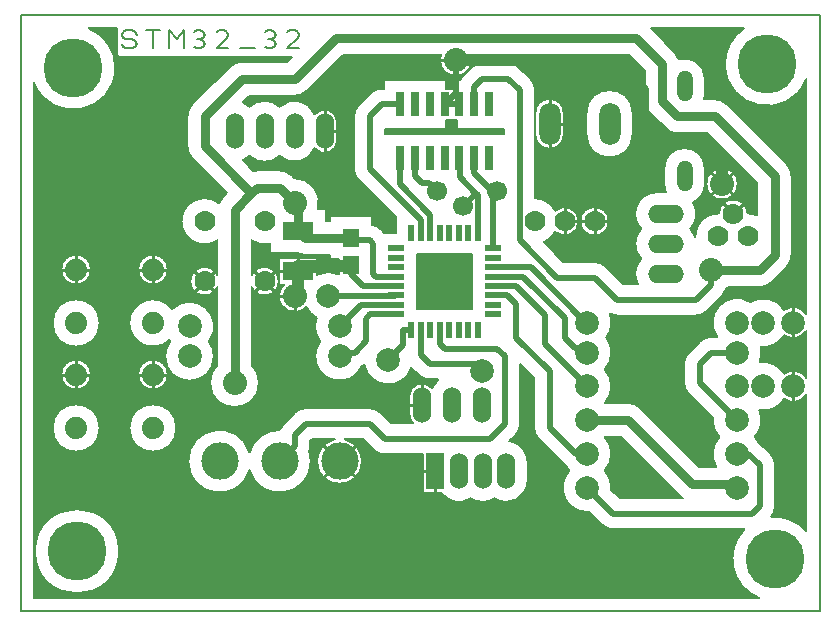
<source format=gbr>
G04 DesignSpark PCB Gerber Version 10.0 Build 5299*
%FSLAX35Y35*%
%MOIN*%
%ADD29O,0.05200X0.10400*%
%ADD21O,0.06000X0.12000*%
%ADD28O,0.07050X0.14101*%
%ADD71R,0.02000X0.05800*%
%ADD20R,0.02756X0.07874*%
%ADD27R,0.05500X0.06000*%
%ADD22R,0.06000X0.12000*%
%ADD10C,0.00500*%
%ADD19C,0.00787*%
%ADD11C,0.01000*%
%ADD12C,0.02000*%
%ADD15C,0.03000*%
%ADD13C,0.04000*%
%ADD16C,0.06693*%
%ADD25C,0.07000*%
%ADD24C,0.07400*%
%ADD17C,0.07874*%
%ADD14C,0.08000*%
%ADD23C,0.12500*%
%ADD18C,0.19685*%
%ADD72O,0.12000X0.06000*%
%ADD70R,0.05800X0.02000*%
%ADD26R,0.10200X0.06300*%
X0Y0D02*
D02*
D10*
X7750Y10250D02*
X274000D01*
Y209000D01*
X7750D01*
Y10250D01*
X12187Y186383D02*
Y14687D01*
X253883D01*
G75*
G02*
X248973Y37563I5117J13063D01*
G01*
X205250D01*
G75*
G02*
X201580Y39085I0J5187D01*
G01*
X197254Y43411D01*
G75*
G02*
X190638Y57125I-753J8089D01*
G01*
G75*
G02*
X189412Y58780I5861J5625D01*
G01*
G75*
G02*
X189080Y59085I3338J3969D01*
G01*
X180335Y67830D01*
G75*
G02*
X178813Y71500I3665J3670D01*
G01*
Y88102D01*
X174187Y92728D01*
Y72750D01*
G75*
G02*
X172665Y69080I-5187J0D01*
G01*
X170592Y67006D01*
G75*
G02*
X176748Y59894I-1031J-7113D01*
G01*
Y53894D01*
G75*
G02*
X165624Y47881I-7187J0D01*
G01*
G75*
G02*
X157750I-3937J6013D01*
G01*
G75*
G02*
X148017Y49644I-3937J6013D01*
G01*
X141689D01*
Y62563D01*
X129000D01*
G75*
G02*
X125330Y64085I0J5187D01*
G01*
X121852Y67563D01*
X115665D01*
G75*
G02*
X121500Y60250I-1665J-7313D01*
G01*
G75*
G02*
X106500I-7500J0D01*
G01*
G75*
G02*
X112335Y67563I7500J0D01*
G01*
X104898D01*
X104187Y66852D01*
Y65250D01*
G75*
G02*
X103901Y63552I-5187J0D01*
G01*
G75*
G02*
X104437Y60250I-9901J-3301D01*
G01*
G75*
G02*
X84000Y57261I-10437J0D01*
G01*
G75*
G02*
X63563Y60250I-10000J2989D01*
G01*
G75*
G02*
X84000Y63239I10437J0D01*
G01*
G75*
G02*
X94095Y70687I10000J-2989D01*
G01*
G75*
G02*
X95335Y72670I4905J-1687D01*
G01*
X99080Y76415D01*
G75*
G02*
X102750Y77937I3670J-3665D01*
G01*
X124000D01*
G75*
G02*
X127670Y76415I0J-5187D01*
G01*
X131148Y72937D01*
X138554D01*
G75*
G02*
X137250Y76000I2946J3063D01*
G01*
Y82000D01*
G75*
G02*
X144820Y84653I4250J0D01*
G01*
G75*
G02*
X146950Y87563I6680J-2653D01*
G01*
X144000D01*
G75*
G02*
X140330Y89085I0J5187D01*
G01*
X137964Y91451D01*
G75*
G02*
X122270Y92474I-7714J2549D01*
G01*
G75*
G02*
X121402Y91903I-3271J4026D01*
G01*
G75*
G02*
X105876Y95250I-7402J3347D01*
G01*
G75*
G02*
X107597Y100250I8124J0D01*
G01*
G75*
G02*
X106393Y108100I6403J5000D01*
G01*
G75*
G02*
X102917Y111754I3857J7150D01*
G01*
G75*
G02*
X93750Y115250I-3917J3496D01*
G01*
G75*
G02*
X95487Y119152I5250J0D01*
G01*
X93902D01*
Y127951D01*
X106598D01*
Y122507D01*
G75*
G02*
X113750Y122581I3652J-7257D01*
G01*
Y127563D01*
X110813D01*
Y129063D01*
X102450D01*
G75*
G02*
X100012Y129612I0J5687D01*
G01*
X90965D01*
Y132818D01*
G75*
G02*
X84687Y133887I-1964J7432D01*
G01*
Y122240D01*
G75*
G02*
X93750Y120250I4313J-1990D01*
G01*
G75*
G02*
X84687Y118260I-4750J0D01*
G01*
Y92389D01*
G75*
G02*
X87187Y86500I-5687J-5889D01*
G01*
G75*
G02*
X70813I-8187J0D01*
G01*
G75*
G02*
X73313Y92389I8187J0D01*
G01*
Y118260D01*
G75*
G02*
X64250Y120250I-4313J1990D01*
G01*
G75*
G02*
X73313Y122240I4750J0D01*
G01*
Y133887D01*
G75*
G02*
X61313Y140250I-4313J6363D01*
G01*
G75*
G02*
X73784Y146267I7687J0D01*
G01*
G75*
G02*
X74979Y148021I5216J-2267D01*
G01*
X76583Y149625D01*
X64979Y161229D01*
G75*
G02*
X63313Y165250I4021J4021D01*
G01*
Y175250D01*
G75*
G02*
X64979Y179271I5687J0D01*
G01*
X77479Y191771D01*
G75*
G02*
X81504Y193437I4021J-4021D01*
G01*
X96644D01*
X98064Y194856D01*
X41106D01*
G75*
G02*
X39856Y196106I0J1250D01*
G01*
Y204563D01*
X30367D01*
G75*
G02*
X39280Y191500I-5117J-13063D01*
G01*
G75*
G02*
X12187Y186383I-14030J0D01*
G01*
X43913Y71350D02*
G75*
G02*
X59687I7887J0D01*
G01*
G75*
G02*
X43913I-7887J0D01*
G01*
X58209Y110947D02*
G75*
G02*
X70403Y100250I5791J-5697D01*
G01*
G75*
G02*
X72124Y95250I-6403J-5000D01*
G01*
G75*
G02*
X55876I-8124J0D01*
G01*
G75*
G02*
X57597Y100250I8124J0D01*
G01*
G75*
G02*
X57283Y100681I6407J4998D01*
G01*
G75*
G02*
X43913Y106350I-5483J5669D01*
G01*
G75*
G02*
X58209Y110947I7887J0D01*
G01*
X46850Y89150D02*
G75*
G02*
X56750I4950J0D01*
G01*
G75*
G02*
X46850I-4950J0D01*
G01*
Y124150D02*
G75*
G02*
X56750I4950J0D01*
G01*
G75*
G02*
X46850I-4950J0D01*
G01*
X12470Y30250D02*
G75*
G02*
X40530I14030J0D01*
G01*
G75*
G02*
X12470I-14030J0D01*
G01*
X18313Y71350D02*
G75*
G02*
X34087I7887J0D01*
G01*
G75*
G02*
X18313I-7887J0D01*
G01*
Y106350D02*
G75*
G02*
X34087I7887J0D01*
G01*
G75*
G02*
X18313I-7887J0D01*
G01*
X21250Y89150D02*
G75*
G02*
X31150I4950J0D01*
G01*
G75*
G02*
X21250I-4950J0D01*
G01*
Y124150D02*
G75*
G02*
X31150I4950J0D01*
G01*
G75*
G02*
X21250I-4950J0D01*
G01*
X12437Y30250D02*
G36*
X12437Y30250D02*
Y14937D01*
X253285D01*
G75*
G02*
X244970Y27750I5715J12813D01*
G01*
G75*
G02*
X245195Y30250I14030J1D01*
G01*
X40530D01*
G75*
G02*
X12470I-14030J0D01*
G01*
X12437D01*
G37*
Y71350D02*
G36*
X12437Y71350D02*
Y30250D01*
X12470D01*
G75*
G02*
X40530I14030J0D01*
G01*
X245195D01*
G75*
G02*
X248973Y37563I13805J-2500D01*
G01*
X205250D01*
G75*
G02*
X201580Y39085I1J5188D01*
G01*
X197254Y43411D01*
G75*
G02*
X188376Y51500I-753J8089D01*
G01*
G75*
G02*
X190638Y57125I8124J0D01*
G01*
G75*
G02*
X189412Y58780I5852J5619D01*
G01*
G75*
G02*
X189080Y59085I3355J3987D01*
G01*
X180335Y67830D01*
G75*
G02*
X178815Y71350I3667J3670D01*
G01*
X173994D01*
G75*
G02*
X172665Y69080I-4996J1401D01*
G01*
X170592Y67006D01*
G75*
G02*
X176748Y59894I-1030J-7112D01*
G01*
Y59894D01*
Y53894D01*
G75*
G02*
X165624Y47881I-7187J0D01*
G01*
G75*
G02*
X157750I-3937J6012D01*
G01*
G75*
G02*
X148017Y49644I-3937J6012D01*
G01*
X141689D01*
Y62563D01*
X129000D01*
G75*
G02*
X125330Y64085I1J5188D01*
G01*
X121852Y67563D01*
X115665D01*
G75*
G02*
X121500Y60250I-1665J-7313D01*
G01*
G75*
G02*
X106500I-7500J0D01*
G01*
G75*
G02*
X112335Y67563I7500J0D01*
G01*
X104898D01*
X104187Y66852D01*
Y65250D01*
G75*
G02*
X103901Y63552I-5197J2D01*
G01*
G75*
G02*
X104437Y60252I-9889J-3299D01*
G01*
G75*
G02*
Y60250I-11279J-1D01*
G01*
G75*
G02*
X84000Y57261I-10437J0D01*
G01*
G75*
G02*
X63563Y60250I-10000J2989D01*
G01*
G75*
G02*
X84000Y63239I10437J0D01*
G01*
G75*
G02*
X94095Y70687I10000J-2989D01*
G01*
G75*
G02*
X94376Y71350I4906J-1688D01*
G01*
X59687D01*
G75*
G02*
X43913I-7887J0D01*
G01*
X34087D01*
G75*
G02*
X18313I-7887J0D01*
G01*
X12437D01*
G37*
Y89150D02*
G36*
X12437Y89150D02*
Y71350D01*
X18313D01*
G75*
G02*
X34087I7887J0D01*
G01*
X43913D01*
G75*
G02*
X59687I7887J0D01*
G01*
X94376D01*
G75*
G02*
X95335Y72670I4625J-2350D01*
G01*
X99080Y76415D01*
G75*
G02*
X102750Y77937I3671J-3667D01*
G01*
X124000D01*
G75*
G02*
X127670Y76415I-1J-5188D01*
G01*
X131148Y72937D01*
X138554D01*
G75*
G02*
X137250Y75999I2945J3062D01*
G01*
G75*
G02*
Y76000I5639J0D01*
G01*
Y82000D01*
Y82000D01*
G75*
G02*
X144820Y84653I4250J0D01*
G01*
G75*
G02*
X146950Y87563I6679J-2652D01*
G01*
X144000D01*
G75*
G02*
X140330Y89085I1J5188D01*
G01*
X140265Y89150D01*
X136767D01*
G75*
G02*
X123733I-6517J4850D01*
G01*
X119366D01*
G75*
G02*
X108634I-5366J6100D01*
G01*
X86746D01*
G75*
G02*
X87187Y86501I-7745J-2649D01*
G01*
G75*
G02*
Y86500I-9023J0D01*
G01*
G75*
G02*
X70813I-8187J0D01*
G01*
G75*
G02*
X71254Y89150I8187J0D01*
G01*
X69366D01*
G75*
G02*
X58634I-5366J6100D01*
G01*
X56750D01*
G75*
G02*
X46850I-4950J0D01*
G01*
X31150D01*
G75*
G02*
X21250I-4950J0D01*
G01*
X12437D01*
G37*
X174187Y72750D02*
G36*
X174187Y72750D02*
G75*
G02*
X173994Y71350I-5189J0D01*
G01*
X178815D01*
G75*
G02*
X178813Y71500I5188J157D01*
G01*
Y88102D01*
X177765Y89150D01*
X174187D01*
Y72750D01*
G37*
X12437Y100681D02*
G36*
X12437Y100681D02*
Y89150D01*
X21250D01*
G75*
G02*
X31150I4950J0D01*
G01*
X46850D01*
G75*
G02*
X56750I4950J0D01*
G01*
X58634D01*
G75*
G02*
X55876Y95250I5366J6100D01*
G01*
Y95250D01*
G75*
G02*
X57597Y100250I8123J0D01*
G01*
G75*
G02*
X57283Y100681I6471J5044D01*
G01*
G75*
G02*
X46317Y100681I-5483J5670D01*
G01*
X31684D01*
G75*
G02*
X20716I-5484J5669D01*
G01*
X12437D01*
G37*
X70718D02*
G36*
X70718Y100681D02*
G75*
G02*
X70403Y100250I-6718J4567D01*
G01*
G75*
G02*
X72124Y95251I-6400J-4999D01*
G01*
G75*
G02*
Y95250I-9667J0D01*
G01*
G75*
G02*
X69366Y89150I-8124J0D01*
G01*
X71254D01*
G75*
G02*
X73313Y92389I7746J-2650D01*
G01*
Y100681D01*
X70718D01*
G37*
X84687D02*
G36*
X84687Y100681D02*
Y92389D01*
G75*
G02*
X86746Y89150I-5685J-5889D01*
G01*
X108634D01*
G75*
G02*
X105876Y95250I5366J6100D01*
G01*
Y95250D01*
Y95250D01*
G75*
G02*
X107597Y100250I8123J0D01*
G01*
G75*
G02*
X107282Y100681I6405J5000D01*
G01*
X84687D01*
G37*
X121402Y91903D02*
G36*
X121402Y91903D02*
G75*
G02*
X119366Y89150I-7403J3347D01*
G01*
X123733D01*
G75*
G02*
X122270Y92474I6517J4850D01*
G01*
G75*
G02*
X121402Y91903I-3265J4016D01*
G01*
G37*
X137964Y91451D02*
G36*
X137964Y91451D02*
G75*
G02*
X136767Y89150I-7714J2550D01*
G01*
X140265D01*
X137964Y91451D01*
G37*
X174187Y92728D02*
G36*
X174187Y92728D02*
Y89150D01*
X177765D01*
X174187Y92728D01*
G37*
X12437Y124150D02*
G36*
X12437Y124150D02*
Y100681D01*
X20716D01*
G75*
G02*
X18313Y106350I5484J5669D01*
G01*
G75*
G02*
X34087I7887J0D01*
G01*
G75*
G02*
X31684Y100681I-7887J0D01*
G01*
X46317D01*
G75*
G02*
X43913Y106350I5484J5669D01*
G01*
G75*
G02*
X58209Y110947I7887J0D01*
G01*
G75*
G02*
X72124Y105250I5791J-5697D01*
G01*
G75*
G02*
X70718Y100681I-8124J0D01*
G01*
X73313D01*
Y118260D01*
G75*
G02*
X64250Y120250I-4313J1990D01*
G01*
G75*
G02*
X66289Y124150I4750J0D01*
G01*
X56750D01*
G75*
G02*
X46850I-4950J0D01*
G01*
X31150D01*
G75*
G02*
X21250I-4950J0D01*
G01*
X12437D01*
G37*
X71711D02*
G36*
X71711Y124150D02*
G75*
G02*
X73313Y122240I-2711J-3900D01*
G01*
Y124150D01*
X71711D01*
G37*
X84687Y118260D02*
G36*
X84687Y118260D02*
Y100681D01*
X107282D01*
G75*
G02*
X105876Y105250I6719J4569D01*
G01*
G75*
G02*
X106393Y108100I8125J0D01*
G01*
G75*
G02*
X102917Y111754I3858J7151D01*
G01*
G75*
G02*
X93750Y115250I-3917J3496D01*
G01*
Y115250D01*
G75*
G02*
X95487Y119152I5251J0D01*
G01*
X93902D01*
Y124150D01*
X91711D01*
G75*
G02*
X93750Y120250I-2711J-3900D01*
G01*
G75*
G02*
X84687Y118260I-4750J0D01*
G01*
G37*
Y124150D02*
G36*
X84687Y124150D02*
Y122240D01*
G75*
G02*
X86289Y124150I4313J-1991D01*
G01*
X84687D01*
G37*
X106598D02*
G36*
X106598Y124150D02*
Y122507D01*
G75*
G02*
X113750Y122581I3652J-7257D01*
G01*
Y124150D01*
X106598D01*
G37*
X12437Y185785D02*
G36*
X12437Y185785D02*
Y124150D01*
X21250D01*
G75*
G02*
X31150I4950J0D01*
G01*
X46850D01*
G75*
G02*
X56750I4950J0D01*
G01*
X66289D01*
G75*
G02*
X71711I2711J-3900D01*
G01*
X73313D01*
Y133887D01*
G75*
G02*
X61313Y140250I-4313J6363D01*
G01*
G75*
G02*
X73784Y146267I7687J0D01*
G01*
G75*
G02*
X74979Y148021I5216J-2267D01*
G01*
X76583Y149625D01*
X64979Y161229D01*
G75*
G02*
X63313Y165250I4022J4022D01*
G01*
Y175250D01*
G75*
G02*
X64979Y179271I5688J-1D01*
G01*
X77479Y191771D01*
G75*
G02*
X81504Y193437I4022J-4023D01*
G01*
X96644D01*
X98064Y194856D01*
X41106D01*
G75*
G02*
X39856Y196106I0J1250D01*
G01*
Y204313D01*
X30965D01*
G75*
G02*
X39280Y191500I-5715J-12813D01*
G01*
G75*
G02*
X12437Y185785I-14030J0D01*
G01*
G37*
X84687Y133887D02*
G36*
X84687Y133887D02*
Y124150D01*
X86289D01*
G75*
G02*
X91711I2711J-3900D01*
G01*
X93902D01*
Y127951D01*
X106598D01*
Y124150D01*
X113750D01*
Y127563D01*
X110813D01*
Y129063D01*
X102450D01*
G75*
G02*
X100012Y129612I0J5686D01*
G01*
X90965D01*
Y132818D01*
G75*
G02*
X84687Y133887I-1964J7433D01*
G01*
G37*
X83856Y182063D02*
X81702Y179909D01*
G75*
G02*
X84000Y178413I-2702J-6659D01*
G01*
G75*
G02*
X94000I5000J-5163D01*
G01*
G75*
G02*
X105680Y175903I5000J-5163D01*
G01*
G75*
G02*
X113250Y173250I3320J-2653D01*
G01*
Y167250D01*
G75*
G02*
X105680Y164597I-4250J0D01*
G01*
G75*
G02*
X94000Y162087I-6680J2653D01*
G01*
G75*
G02*
X84000I-5000J5163D01*
G01*
G75*
G02*
X81703Y160591I-5000J5162D01*
G01*
X85246Y157047D01*
G75*
G02*
X86509Y157187I1255J-5548D01*
G01*
X93996D01*
G75*
G02*
X98021Y155521I4J-5687D01*
G01*
X98857Y154686D01*
G75*
G02*
X106882Y144285I143J-8186D01*
G01*
X109535D01*
Y140437D01*
X110813D01*
Y141937D01*
X124687D01*
Y139141D01*
G75*
G02*
X127670Y137665I-687J-5141D01*
G01*
X128875Y136461D01*
X132789D01*
Y141625D01*
X120335Y154080D01*
G75*
G02*
X118813Y157750I3665J3670D01*
G01*
Y175250D01*
G75*
G02*
X120335Y178920I5187J0D01*
G01*
X124385Y182970D01*
G75*
G02*
X128055Y184492I3670J-3665D01*
G01*
X128671D01*
Y187429D01*
X149644D01*
Y184492D01*
X153278D01*
Y187429D01*
X154212D01*
G75*
G02*
X155177Y188763I4631J-2337D01*
G01*
X157830Y191415D01*
G75*
G02*
X161500Y192937I3670J-3665D01*
G01*
X170250D01*
G75*
G02*
X173920Y191415I0J-5187D01*
G01*
X177665Y187670D01*
G75*
G02*
X179187Y184000I-3665J-3670D01*
G01*
Y147935D01*
G75*
G02*
X185826Y143784I-187J-7685D01*
G01*
G75*
G02*
X193750Y140250I3174J-3534D01*
G01*
G75*
G02*
X185826Y136716I-4750J0D01*
G01*
G75*
G02*
X182114Y133222I-6827J3534D01*
G01*
X188648Y126687D01*
X199000D01*
G75*
G02*
X202670Y125165I0J-5187D01*
G01*
X208648Y119187D01*
X213508D01*
G75*
G02*
X214587Y127750I6242J3563D01*
G01*
G75*
G02*
Y137750I5163J5000D01*
G01*
G75*
G02*
X219750Y149937I5163J5000D01*
G01*
X222779D01*
G75*
G02*
X222213Y152652I6221J2715D01*
G01*
Y157848D01*
G75*
G02*
X235787I6787J0D01*
G01*
Y152652D01*
G75*
G02*
X231878Y146505I-6787J0D01*
G01*
G75*
G02*
X230913Y137750I-6128J-3755D01*
G01*
G75*
G02*
X232566Y135029I-5163J-5000D01*
G01*
G75*
G02*
X232563Y135250I7686J220D01*
G01*
G75*
G02*
X240504Y142933I7687J0D01*
G01*
G75*
G02*
X249996I4746J-183D01*
G01*
G75*
G02*
X253313Y142300I254J-7683D01*
G01*
Y152894D01*
X236644Y169563D01*
X226504D01*
G75*
G02*
X222479Y171229I-4J5687D01*
G01*
X217479Y176229D01*
G75*
G02*
X215813Y180250I4021J4021D01*
G01*
Y190394D01*
X210394Y195813D01*
X157677D01*
G75*
G02*
X158000Y194000I-4927J-1813D01*
G01*
G75*
G02*
X147500I-5250J0D01*
G01*
G75*
G02*
X147823Y195813I5250J0D01*
G01*
X115106D01*
X103021Y183729D01*
G75*
G02*
X98996Y182063I-4021J4021D01*
G01*
X83856D01*
X236250Y152750D02*
G75*
G02*
X246750I5250J0D01*
G01*
G75*
G02*
X236250I-5250J0D01*
G01*
X179224Y176274D02*
G75*
G02*
X188776I4776J0D01*
G01*
Y169226D01*
G75*
G02*
X179224I-4776J0D01*
G01*
Y176274D01*
X194250Y140250D02*
G75*
G02*
X203750I4750J0D01*
G01*
G75*
G02*
X194250I-4750J0D01*
G01*
X196287Y176274D02*
G75*
G02*
X211713I7713J0D01*
G01*
Y169226D01*
G75*
G02*
X196287I-7713J0D01*
G01*
Y176274D01*
X124687Y140250D02*
G36*
X124687Y140250D02*
Y139141D01*
G75*
G02*
X127670Y137665I-687J-5141D01*
G01*
X128875Y136461D01*
X132789D01*
Y140250D01*
X124687D01*
G37*
X185826Y136716D02*
G36*
X185826Y136716D02*
G75*
G02*
X182114Y133222I-6828J3535D01*
G01*
X188648Y126687D01*
X199000D01*
G75*
G02*
X202670Y125165I-1J-5188D01*
G01*
X208398Y119437D01*
X213372D01*
G75*
G02*
X212563Y122750I6378J3313D01*
G01*
G75*
G02*
X214587Y127750I7187J0D01*
G01*
G75*
G02*
X212563Y132750I5163J5000D01*
G01*
G75*
G02*
X214587Y137750I7187J0D01*
G01*
G75*
G02*
X213012Y140250I5163J5000D01*
G01*
X203750D01*
G75*
G02*
X194250I-4750J0D01*
G01*
X193750D01*
Y140250D01*
G75*
G02*
X185826Y136716I-4750J0D01*
G01*
G37*
X232488Y140250D02*
G36*
X232488Y140250D02*
G75*
G02*
X230913Y137750I-6739J2500D01*
G01*
G75*
G02*
X232566Y135029I-5155J-4995D01*
G01*
G75*
G02*
X232563Y135250I7775J221D01*
G01*
Y135250D01*
G75*
G02*
X234411Y140250I7687J0D01*
G01*
X232488D01*
G37*
X107187Y146499D02*
G36*
X107187Y146499D02*
G75*
G02*
X106882Y144285I-8188J0D01*
G01*
X109535D01*
Y140437D01*
X110813D01*
Y141937D01*
X124687D01*
Y140250D01*
X132789D01*
Y141625D01*
X121665Y152750D01*
X104288D01*
G75*
G02*
X107187Y146499I-5289J-6251D01*
G01*
G37*
X179187Y152750D02*
G36*
X179187Y152750D02*
Y147935D01*
G75*
G02*
X185826Y143784I-187J-7685D01*
G01*
G75*
G02*
X193750Y140250I3174J-3534D01*
G01*
Y140250D01*
X194250D01*
G75*
G02*
X203750I4750J0D01*
G01*
X213012D01*
G75*
G02*
X212563Y142750I6738J2500D01*
G01*
G75*
G02*
X219750Y149937I7187J0D01*
G01*
X222779D01*
G75*
G02*
X222213Y152652I6227J2716D01*
G01*
Y152750D01*
X179187D01*
G37*
X232937Y142750D02*
G36*
X232937Y142750D02*
G75*
G02*
X232488Y140250I-7187J0D01*
G01*
X234411D01*
G75*
G02*
X240504Y142933I5838J-5000D01*
G01*
G75*
G02*
X249996I4746J-183D01*
G01*
G75*
G02*
X253063Y142404I254J-7687D01*
G01*
Y152750D01*
X246750D01*
G75*
G02*
X236250I-5250J0D01*
G01*
X235787D01*
Y152652D01*
G75*
G02*
X231878Y146505I-6789J1D01*
G01*
G75*
G02*
X232937Y142750I-6129J-3755D01*
G01*
G37*
X81952Y160697D02*
G36*
X81952Y160697D02*
Y160341D01*
X85246Y157047D01*
G75*
G02*
X86509Y157187I1254J-5539D01*
G01*
X93996D01*
G75*
G02*
X98021Y155521I3J-5689D01*
G01*
X98857Y154686D01*
G75*
G02*
X104288Y152750I142J-8187D01*
G01*
X121665D01*
X120335Y154080D01*
G75*
G02*
X118813Y157750I3667J3671D01*
G01*
Y172750D01*
X113250D01*
Y167250D01*
Y167250D01*
G75*
G02*
X105680Y164597I-4250J0D01*
G01*
G75*
G02*
X94000Y162087I-6680J2653D01*
G01*
G75*
G02*
X84000I-5000J5163D01*
G01*
G75*
G02*
X81952Y160697I-5002J5165D01*
G01*
G37*
X179187Y172750D02*
G36*
X179187Y172750D02*
Y152750D01*
X222213D01*
Y157848D01*
G75*
G02*
X235787I6787J0D01*
G01*
Y152750D01*
X236250D01*
G75*
G02*
X246750I5250J0D01*
G01*
X253063D01*
Y153144D01*
X236644Y169563D01*
X226504D01*
G75*
G02*
X222479Y171229I-3J5689D01*
G01*
X220957Y172750D01*
X211713D01*
Y169226D01*
G75*
G02*
X196287I-7713J0D01*
G01*
Y172750D01*
X188776D01*
Y169226D01*
G75*
G02*
X179224I-4776J0D01*
G01*
Y172750D01*
X179187D01*
G37*
X81952Y180159D02*
G36*
X81952Y180159D02*
Y179802D01*
G75*
G02*
X84000Y178413I-2951J-6552D01*
G01*
G75*
G02*
X94000I5000J-5163D01*
G01*
G75*
G02*
X105680Y175903I5000J-5163D01*
G01*
G75*
G02*
X113250Y173250I3320J-2652D01*
G01*
Y173250D01*
Y172750D01*
X118813D01*
Y175250D01*
G75*
G02*
X120335Y178920I5188J-1D01*
G01*
X124385Y182970D01*
G75*
G02*
X128055Y184492I3671J-3667D01*
G01*
X128671D01*
Y187429D01*
X149644D01*
Y184492D01*
X153278D01*
Y187429D01*
X154212D01*
G75*
G02*
X155177Y188763I4641J-2344D01*
G01*
X157830Y191415D01*
G75*
G02*
X161500Y192937I3671J-3667D01*
G01*
X170250D01*
G75*
G02*
X173920Y191415I-1J-5188D01*
G01*
X177665Y187670D01*
G75*
G02*
X179187Y184000I-3667J-3671D01*
G01*
Y172750D01*
X179224D01*
Y176274D01*
G75*
G02*
X188776I4776J0D01*
G01*
Y172750D01*
X196287D01*
Y176274D01*
G75*
G02*
X211713I7713J0D01*
G01*
Y172750D01*
X220957D01*
X217479Y176229D01*
G75*
G02*
X215813Y180250I4022J4022D01*
G01*
Y190394D01*
X210644Y195563D01*
X157762D01*
G75*
G02*
X158000Y194000I-5023J-1565D01*
G01*
G75*
G02*
X147500I-5250J0D01*
G01*
G75*
G02*
X147738Y195563I5261J-2D01*
G01*
X114856D01*
X103021Y183729D01*
G75*
G02*
X98996Y182063I-4022J4023D01*
G01*
X83856D01*
X81952Y180159D01*
G37*
X129187Y171181D02*
Y169319D01*
X168813D01*
Y171181D01*
X153278D01*
Y174118D01*
X149644D01*
Y171181D01*
X129187D01*
G36*
X129187Y171181D02*
Y169319D01*
X168813D01*
Y171181D01*
X153278D01*
Y174118D01*
X149644D01*
Y171181D01*
X129187D01*
G37*
X139870Y129380D02*
Y111120D01*
X158130D01*
Y129380D01*
X139870D01*
G36*
X139870Y129380D02*
Y111120D01*
X158130D01*
Y129380D01*
X139870D01*
G37*
X202362Y90875D02*
G75*
G02*
X202420Y79687I-5862J-5625D01*
G01*
X210246D01*
G75*
G02*
X214271Y78021I4J-5687D01*
G01*
X233856Y58437D01*
X239615D01*
G75*
G02*
X240638Y68375I6885J4313D01*
G01*
G75*
G02*
X238376Y74000I5862J5625D01*
G01*
G75*
G02*
X238411Y74754I8126J0D01*
G01*
X230335Y82830D01*
G75*
G02*
X228813Y86500I3665J3670D01*
G01*
Y92750D01*
G75*
G02*
X230335Y96420I5187J0D01*
G01*
X234080Y100165D01*
G75*
G02*
X237750Y101687I3670J-3665D01*
G01*
X239955D01*
G75*
G02*
X250875Y113345I6545J4813D01*
G01*
G75*
G02*
X262205Y110699I4375J-6845D01*
G01*
G75*
G02*
X269563Y109381I3045J-4199D01*
G01*
Y187633D01*
G75*
G02*
X242470Y192750I-13063J5117D01*
G01*
G75*
G02*
X248931Y204563I14030J0D01*
G01*
X217730D01*
X225521Y196771D01*
G75*
G02*
X226965Y194324I-4021J-4021D01*
G01*
G75*
G02*
X235787Y187848I2035J-6475D01*
G01*
Y182652D01*
G75*
G02*
X235567Y180937I-6787J0D01*
G01*
X238996D01*
G75*
G02*
X243021Y179271I4J-5687D01*
G01*
X263021Y159271D01*
G75*
G02*
X264687Y155250I-4021J-4021D01*
G01*
Y129000D01*
G75*
G02*
X263021Y124979I-5687J0D01*
G01*
X258021Y119979D01*
G75*
G02*
X253996Y118313I-4021J4021D01*
G01*
X243639D01*
G75*
G02*
X242712Y117488I-5890J5686D01*
G01*
G75*
G02*
X241415Y115330I-4962J1513D01*
G01*
X236420Y110335D01*
G75*
G02*
X232750Y108813I-3670J3665D01*
G01*
X206500D01*
G75*
G02*
X204085Y109409I0J5187D01*
G01*
G75*
G02*
X202903Y101500I-7585J-2909D01*
G01*
G75*
G02*
X202362Y90875I-6403J-5000D01*
G01*
G36*
X202362Y90875D02*
G75*
G02*
X202420Y79687I-5862J-5625D01*
G01*
X210246D01*
G75*
G02*
X214271Y78021I4J-5687D01*
G01*
X233856Y58437D01*
X239615D01*
G75*
G02*
X240638Y68375I6885J4313D01*
G01*
G75*
G02*
X238376Y74000I5862J5625D01*
G01*
G75*
G02*
X238411Y74754I8126J0D01*
G01*
X230335Y82830D01*
G75*
G02*
X228813Y86500I3665J3670D01*
G01*
Y92750D01*
G75*
G02*
X230335Y96420I5187J0D01*
G01*
X234080Y100165D01*
G75*
G02*
X237750Y101687I3670J-3665D01*
G01*
X239955D01*
G75*
G02*
X250875Y113345I6545J4813D01*
G01*
G75*
G02*
X262205Y110699I4375J-6845D01*
G01*
G75*
G02*
X269563Y109381I3045J-4199D01*
G01*
Y187633D01*
G75*
G02*
X242470Y192750I-13063J5117D01*
G01*
G75*
G02*
X248931Y204563I14030J0D01*
G01*
X217730D01*
X225521Y196771D01*
G75*
G02*
X226965Y194324I-4021J-4021D01*
G01*
G75*
G02*
X235787Y187848I2035J-6475D01*
G01*
Y182652D01*
G75*
G02*
X235567Y180937I-6787J0D01*
G01*
X238996D01*
G75*
G02*
X243021Y179271I4J-5687D01*
G01*
X263021Y159271D01*
G75*
G02*
X264687Y155250I-4021J-4021D01*
G01*
Y129000D01*
G75*
G02*
X263021Y124979I-5687J0D01*
G01*
X258021Y119979D01*
G75*
G02*
X253996Y118313I-4021J4021D01*
G01*
X243639D01*
G75*
G02*
X242712Y117488I-5890J5686D01*
G01*
G75*
G02*
X241415Y115330I-4962J1513D01*
G01*
X236420Y110335D01*
G75*
G02*
X232750Y108813I-3670J3665D01*
G01*
X206500D01*
G75*
G02*
X204085Y109409I0J5187D01*
G01*
G75*
G02*
X202903Y101500I-7585J-2909D01*
G01*
G75*
G02*
X202362Y90875I-6403J-5000D01*
G01*
G37*
X204624Y51500D02*
G75*
G02*
X204589Y50746I-8126J0D01*
G01*
X207398Y47937D01*
X228470D01*
G75*
G02*
X227479Y48729I3030J4813D01*
G01*
X207894Y68313D01*
X202420D01*
G75*
G02*
X202362Y57125I-5921J-5563D01*
G01*
G75*
G02*
X204624Y51500I-5862J-5625D01*
G01*
G36*
X204624Y51500D02*
G75*
G02*
X204589Y50746I-8126J0D01*
G01*
X207398Y47937D01*
X228470D01*
G75*
G02*
X227479Y48729I3030J4813D01*
G01*
X207894Y68313D01*
X202420D01*
G75*
G02*
X202362Y57125I-5921J-5563D01*
G01*
G75*
G02*
X204624Y51500I-5862J-5625D01*
G01*
G37*
X252362Y68375D02*
G75*
G02*
X253588Y66720I-5863J-5626D01*
G01*
G75*
G02*
X253920Y66415I-3338J-3969D01*
G01*
X257665Y62670D01*
G75*
G02*
X259187Y59000I-3665J-3670D01*
G01*
Y45250D01*
G75*
G02*
X257809Y41729I-5187J0D01*
G01*
G75*
G02*
X269563Y36983I1191J-13979D01*
G01*
Y82369D01*
G75*
G02*
X262205Y81051I-4313J2881D01*
G01*
G75*
G02*
X253954Y77230I-6955J4199D01*
G01*
G75*
G02*
X252362Y68375I-7455J-3230D01*
G01*
G36*
X252362Y68375D02*
G75*
G02*
X253588Y66720I-5863J-5626D01*
G01*
G75*
G02*
X253920Y66415I-3338J-3969D01*
G01*
X257665Y62670D01*
G75*
G02*
X259187Y59000I-3665J-3670D01*
G01*
Y45250D01*
G75*
G02*
X257809Y41729I-5187J0D01*
G01*
G75*
G02*
X269563Y36983I1191J-13979D01*
G01*
Y82369D01*
G75*
G02*
X262205Y81051I-4313J2881D01*
G01*
G75*
G02*
X253954Y77230I-6955J4199D01*
G01*
G75*
G02*
X252362Y68375I-7455J-3230D01*
G01*
G37*
X254394Y98421D02*
G75*
G02*
X253954Y93270I-7894J-1921D01*
G01*
G75*
G02*
X262205Y89449I1296J-8020D01*
G01*
G75*
G02*
X269563Y88131I3045J-4199D01*
G01*
Y103619D01*
G75*
G02*
X262205Y102301I-4313J2881D01*
G01*
G75*
G02*
X254394Y98421I-6955J4199D01*
G01*
G36*
X254394Y98421D02*
G75*
G02*
X253954Y93270I-7894J-1921D01*
G01*
G75*
G02*
X262205Y89449I1296J-8020D01*
G01*
G75*
G02*
X269563Y88131I3045J-4199D01*
G01*
Y103619D01*
G75*
G02*
X262205Y102301I-4313J2881D01*
G01*
G75*
G02*
X254394Y98421I-6955J4199D01*
G01*
G37*
D02*
D11*
X23000Y89150D02*
X21000D01*
X23000Y124150D02*
X21000D01*
X26200Y85950D02*
Y83950D01*
Y92350D02*
Y94350D01*
Y120950D02*
Y118950D01*
Y127350D02*
Y129350D01*
X29400Y89150D02*
X31400D01*
X29400Y124150D02*
X31400D01*
X48600Y89150D02*
X46600D01*
X48600Y124150D02*
X46600D01*
X51800Y85950D02*
Y83950D01*
Y92350D02*
Y94350D01*
Y120950D02*
Y118950D01*
Y127350D02*
Y129350D01*
X55000Y89150D02*
X57000D01*
X55000Y124150D02*
X57000D01*
X66879Y118129D02*
X65465Y116715D01*
X66879Y122371D02*
X65465Y123785D01*
X71121Y118129D02*
X72535Y116715D01*
X71121Y122371D02*
X72535Y123785D01*
X86879Y118129D02*
X85465Y116715D01*
X86879Y122371D02*
X85465Y123785D01*
X91121Y118129D02*
X92535Y116715D01*
X91121Y122371D02*
X92535Y123785D01*
X95500Y115250D02*
X93500D01*
X95650Y123550D02*
X93650D01*
X99000Y111750D02*
Y109750D01*
X100250Y126200D02*
Y128199D01*
X104850Y123550D02*
X106850D01*
X109000Y164750D02*
Y162750D01*
Y175750D02*
Y177750D01*
X109934Y56184D02*
X108520Y54770D01*
X109934Y64316D02*
X108520Y65730D01*
X111500Y170250D02*
X113500D01*
X115500Y125750D02*
X113500D01*
X118066Y56184D02*
X119480Y54770D01*
X118066Y64316D02*
X119480Y65730D01*
X139000Y79000D02*
X137000D01*
X141500Y84500D02*
Y86500D01*
X143439Y56894D02*
X141439D01*
X145939Y51394D02*
Y49394D01*
X149250Y194000D02*
X147250D01*
X152750Y190500D02*
Y188500D01*
X156250Y194000D02*
X158250D01*
X184000Y166200D02*
Y164203D01*
Y179300D02*
Y181297D01*
X187025Y172750D02*
X189024D01*
X189000Y137250D02*
Y135250D01*
Y143250D02*
Y145250D01*
X192000Y140250D02*
X194000D01*
X196000D02*
X194000D01*
X199000Y137250D02*
Y135250D01*
Y143250D02*
Y145250D01*
X202000Y140250D02*
X204000D01*
X239025Y150275D02*
X237611Y148861D01*
X239025Y155225D02*
X237611Y156639D01*
X243129Y144871D02*
X241715Y146285D01*
X243975Y150275D02*
X245389Y148861D01*
X243975Y155225D02*
X245389Y156639D01*
X247371Y144871D02*
X248785Y146285D01*
X265250Y81813D02*
Y79813D01*
Y88687D02*
Y90687D01*
Y103063D02*
Y101063D01*
Y109937D02*
Y111937D01*
D02*
D12*
X110250Y115250D02*
X132508D01*
X132783Y115526D01*
Y109226D02*
X124226D01*
X122750Y107750D01*
Y100250D01*
X119000Y96500D01*
X115250D01*
X114000Y95250D01*
X132783Y112376D02*
X121126D01*
X114000Y105250D01*
X132783Y118675D02*
X121825D01*
X117750Y122750D01*
Y125750D01*
X132783Y121825D02*
X126175D01*
X125250Y122750D01*
Y132750D01*
X124000Y134000D01*
X118500D01*
X117750Y134750D01*
X134236Y179305D02*
X128055D01*
X124000Y175250D01*
Y157750D01*
X141126Y140624D01*
Y136467D01*
X137976Y104033D02*
X135250D01*
Y99000D01*
X130250Y94000D01*
X139157Y161195D02*
Y155250D01*
X141500Y152907D01*
X141126Y104033D02*
Y95624D01*
X144000Y92750D01*
X159000D01*
X161500Y90250D01*
X141500Y152907D02*
X143843D01*
X146500Y150250D01*
X144276Y136467D02*
Y142474D01*
X134000Y152750D01*
Y160959D01*
X134236Y161195D01*
X147425Y104033D02*
Y99325D01*
X149000Y97750D01*
X166500D01*
X169000Y95250D01*
Y72750D01*
X164000Y67750D01*
X129000D01*
X124000Y72750D01*
X102750D01*
X99000Y69000D01*
Y65250D01*
X94000Y60250D01*
X152750Y194000D02*
Y183055D01*
X149000Y179305D01*
X153921D02*
X149000D01*
X158843Y161195D02*
Y156500D01*
X165250Y150093D01*
Y149000D01*
X158843Y179305D02*
Y185093D01*
X161500Y187750D01*
X170250D01*
X174000Y184000D01*
Y134000D01*
X186500Y121500D01*
X199000D01*
X206500Y114000D01*
X232750D01*
X237750Y119000D01*
Y124000D01*
X159512Y149512D02*
X155250Y145250D01*
X159512Y149512D02*
X154000Y155024D01*
Y161116D01*
X153921Y161195D01*
X160024Y136467D02*
Y149000D01*
X159512Y149512D01*
X165217Y115526D02*
X169974D01*
X172750Y112750D01*
Y101500D01*
X184000Y90250D01*
Y71500D01*
X192750Y62750D01*
X196500D01*
X165217Y118675D02*
X172750D01*
X182425Y109000D01*
Y99325D01*
X196500Y85250D01*
X165217Y121825D02*
X175250D01*
X189000Y108075D01*
Y101500D01*
X192425Y98075D01*
X196500D01*
Y96500D01*
X165217Y124974D02*
X177750D01*
X196224Y106500D01*
X196500D01*
X165250Y149000D02*
X166500Y150250D01*
X165250Y149000D02*
Y131307D01*
X165217Y131274D01*
X246500Y62750D02*
X250250D01*
X254000Y59000D01*
Y45250D01*
X251500Y42750D01*
X205250D01*
X196500Y51500D01*
X246500Y96500D02*
X237750D01*
X234000Y92750D01*
Y86500D01*
X246500Y74000D01*
D02*
D13*
X100250Y123550D02*
Y115250D01*
X99000D01*
X100250Y123550D02*
Y125250D01*
X115550D01*
X116050Y125750D01*
X117750D01*
X152750Y194000D02*
X205250D01*
X215250Y184000D01*
Y176500D01*
X224000Y167750D01*
X235250D01*
X241500Y161500D01*
Y152750D01*
D02*
D14*
X79000Y86500D03*
X99000Y115250D03*
Y146500D03*
X152750Y194000D03*
X237750Y124000D03*
X241500Y152750D03*
D02*
D15*
X79000Y86500D02*
Y144000D01*
X84625Y149625D01*
X86500Y151500D01*
X94000D01*
X99000Y146500D01*
X100250Y136950D02*
Y146500D01*
X99000D01*
X117750Y134750D02*
X102450D01*
X100250Y136950D01*
X196500Y74000D02*
X210250D01*
X231500Y52750D01*
X245250D01*
X246500Y51500D01*
X237750Y124000D02*
X254000D01*
X259000Y129000D01*
Y155250D01*
X239000Y175250D01*
X226500D01*
X221500Y180250D01*
Y192750D01*
X212750Y201500D01*
X112750D01*
X99000Y187750D01*
X81500D01*
X69000Y175250D01*
Y165250D01*
X84625Y149625D01*
D02*
D16*
X146500Y150250D03*
X155250Y145250D03*
X166500Y150250D03*
D02*
D17*
X64000Y95250D03*
Y105250D03*
X110250Y115250D03*
X114000Y95250D03*
Y105250D03*
X130250Y94000D03*
X161500Y90250D03*
X196500Y51500D03*
Y62750D03*
Y74000D03*
Y85250D03*
Y96500D03*
Y106500D03*
X246500Y51500D03*
Y62750D03*
Y74000D03*
Y85250D03*
Y96500D03*
Y106500D03*
X255250Y85250D03*
Y106500D03*
X265250Y85250D03*
Y106500D03*
D02*
D18*
X25250Y191500D03*
X26500Y30250D03*
X256500Y192750D03*
X259000Y27750D03*
D02*
D19*
X41500Y199453D02*
X41992Y198469D01*
X42976Y197976D01*
X44945D01*
X45929Y198469D01*
X46421Y199453D01*
X45929Y200437D01*
X44945Y200929D01*
X42976D01*
X41992Y201421D01*
X41500Y202406D01*
X41992Y203390D01*
X42976Y203882D01*
X44945D01*
X45929Y203390D01*
X46421Y202406D01*
X51835Y197976D02*
Y203882D01*
X49374D02*
X54295D01*
X57248Y197976D02*
Y203882D01*
X59709Y200929D01*
X62169Y203882D01*
Y197976D01*
X65614Y198469D02*
X66598Y197976D01*
X67583D01*
X68567Y198469D01*
X69059Y199453D01*
X68567Y200437D01*
X67583Y200929D01*
X66598D01*
X67583D02*
X68567Y201421D01*
X69059Y202406D01*
X68567Y203390D01*
X67583Y203882D01*
X66598D01*
X65614Y203390D01*
X76933Y197976D02*
X72996D01*
X76441Y201421D01*
X76933Y202406D01*
X76441Y203390D01*
X75457Y203882D01*
X73980D01*
X72996Y203390D01*
X80870Y197976D02*
X85791D01*
X89236Y198469D02*
X90220Y197976D01*
X91205D01*
X92189Y198469D01*
X92681Y199453D01*
X92189Y200437D01*
X91205Y200929D01*
X90220D01*
X91205D02*
X92189Y201421D01*
X92681Y202406D01*
X92189Y203390D01*
X91205Y203882D01*
X90220D01*
X89236Y203390D01*
X100555Y197976D02*
X96618D01*
X100063Y201421D01*
X100555Y202406D01*
X100063Y203390D01*
X99079Y203882D01*
X97602D01*
X96618Y203390D01*
D02*
D70*
X132783Y109226D03*
Y112376D03*
Y115526D03*
Y118675D03*
Y121825D03*
Y124974D03*
Y128124D03*
Y131274D03*
X165217Y109226D03*
Y112376D03*
Y115526D03*
Y118675D03*
Y121825D03*
Y124974D03*
Y128124D03*
Y131274D03*
D02*
D71*
X137976Y104033D03*
Y136467D03*
X141126Y104033D03*
Y136467D03*
X144276Y104033D03*
Y136467D03*
X147425Y104033D03*
Y136467D03*
X150575Y104033D03*
Y136467D03*
X153724Y104033D03*
Y136467D03*
X156874Y104033D03*
Y136467D03*
X160024Y104033D03*
Y136467D03*
D02*
D20*
X134236Y161195D03*
Y179305D03*
X139157Y161195D03*
Y179305D03*
X144079Y161195D03*
Y179305D03*
X149000Y161195D03*
Y179305D03*
X153921Y161195D03*
Y179305D03*
X158843Y161195D03*
Y179305D03*
X163764Y161195D03*
Y179305D03*
D02*
D21*
X79000Y170250D03*
X89000D03*
X99000D03*
X109000D03*
X141500Y79000D03*
X151500D03*
X153813Y56894D03*
X161500Y79000D03*
X161687Y56894D03*
X169561D03*
D02*
D22*
X145939D03*
D02*
D23*
X74000Y60250D03*
X94000D03*
X114000D03*
D02*
D24*
X26200Y71350D03*
Y89150D03*
Y106350D03*
Y124150D03*
X51800Y71350D03*
Y89150D03*
Y106350D03*
Y124150D03*
D02*
D25*
X69000Y120250D03*
Y140250D03*
X89000Y120250D03*
Y140250D03*
X179000D03*
X189000D03*
X199000D03*
X240250Y135250D03*
X245250Y142750D03*
X250250Y135250D03*
D02*
D26*
X100250Y123550D03*
Y136950D03*
D02*
D27*
X117750Y125750D03*
Y134750D03*
D02*
D28*
X184000Y172750D03*
X204000D03*
D02*
D29*
X229000Y155250D03*
Y185250D03*
D02*
D72*
X222750Y122750D03*
Y132750D03*
Y142750D03*
X0Y0D02*
M02*

</source>
